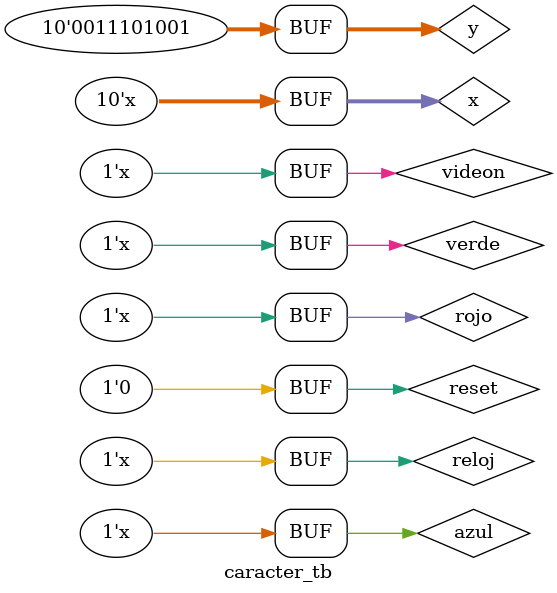
<source format=v>
`timescale 1ns / 1ps


module caracter_tb(
    );
     reg reloj;
     reg reset;
     wire [7:0]pala;
     wire [1:0] ch;
     wire [5:0] row;
     reg [9:0] x;
     reg [9:0] y;
     reg videon;
     reg rojo;
     reg verde;
     reg azul;
     wire red;
     wire green;
     wire blue;
     wire bitpa;
     wire [2:0]pospa;

     caracter test(.clk(reloj),.rst(reset),.video_on(videon),.pixel_x(x),.pixel_y(y),.R(rojo),.G(verde),.B(azul),.r(red),.g(green),.b(blue),.rowad(row),.posicion(pospa));
     initial
         begin
             reloj=0;//inicial el clock en cero
             reset=1;//reset en alto al inicio
             rojo=0;
             verde=0;
             azul=0;
             videon=1;
             x=302;
             y=233;
             #10 reset=0; //despues de diez 10ns, el reset se pone en cero, dando inició al funcionamiento
         end
         always
         begin
             #10 reloj=~reloj; //me genera un clk de 100MHz (1/((10)*1ns))=100MHz
             #10 x=x+1;
             #100 videon=~videon;
             #15 rojo=~rojo;
             #20 verde=~verde;
             #25 azul=~azul;
         end                                                                       
endmodule

</source>
